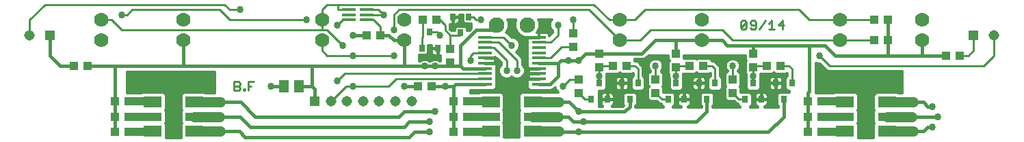
<source format=gtl>
G75*
G70*
%OFA0B0*%
%FSLAX24Y24*%
%IPPOS*%
%LPD*%
%AMOC8*
5,1,8,0,0,1.08239X$1,22.5*
%
%ADD10C,0.0700*%
%ADD11R,0.0709X0.0150*%
%ADD12R,0.0515X0.0515*%
%ADD13C,0.0515*%
%ADD14R,0.0866X0.0551*%
%ADD15R,0.0866X0.0394*%
%ADD16R,0.0433X0.0394*%
%ADD17R,0.0315X0.0354*%
%ADD18C,0.0760*%
%ADD19R,0.0669X0.0138*%
%ADD20C,0.0090*%
%ADD21R,0.0512X0.0591*%
%ADD22R,0.0394X0.0433*%
%ADD23C,0.0160*%
%ADD24C,0.0340*%
%ADD25C,0.0120*%
%ADD26C,0.0100*%
%ADD27C,0.0400*%
%ADD28C,0.0500*%
D10*
X004160Y005160D03*
X008160Y005160D03*
X008160Y006160D03*
X004160Y006160D03*
X014910Y006160D03*
X018910Y006160D03*
X018910Y005160D03*
X014910Y005160D03*
X029410Y005160D03*
X033410Y005160D03*
X033410Y006160D03*
X029410Y006160D03*
X040160Y006160D03*
X044160Y006160D03*
X044160Y005160D03*
X040160Y005160D03*
D11*
X025479Y005056D03*
X025479Y005312D03*
X022841Y005312D03*
X022841Y005056D03*
X022841Y004800D03*
X022841Y004544D03*
X022841Y004288D03*
X022841Y004032D03*
X022841Y003776D03*
X022841Y003520D03*
X022841Y003264D03*
X022841Y003008D03*
X025479Y003008D03*
X025479Y003264D03*
X025479Y003520D03*
X025479Y003776D03*
X025479Y004032D03*
X025479Y004288D03*
X025479Y004544D03*
X025479Y004800D03*
D12*
X014548Y002160D03*
X001660Y005410D03*
X046660Y005410D03*
D13*
X047660Y005410D03*
X019272Y002160D03*
X018485Y002160D03*
X017697Y002160D03*
X016910Y002160D03*
X016123Y002160D03*
X015335Y002160D03*
X000660Y005410D03*
D14*
X006636Y002119D03*
X008684Y002119D03*
X008684Y000701D03*
X006636Y000701D03*
X023136Y000701D03*
X025184Y000701D03*
X025184Y002119D03*
X023136Y002119D03*
X040386Y002119D03*
X042434Y002119D03*
X042434Y000701D03*
X040386Y000701D03*
D15*
X040386Y001410D03*
X042434Y001410D03*
X025184Y001410D03*
X023136Y001410D03*
X008684Y001410D03*
X006636Y001410D03*
D16*
X004825Y000660D03*
X005495Y000660D03*
X005495Y001410D03*
X004825Y001410D03*
X004825Y002160D03*
X005495Y002160D03*
X003495Y003910D03*
X002825Y003910D03*
X017075Y005410D03*
X017745Y005410D03*
X019825Y006160D03*
X020495Y006160D03*
X029075Y003910D03*
X029745Y003910D03*
X032825Y003910D03*
X033495Y003910D03*
X036575Y003910D03*
X037245Y003910D03*
X045325Y004410D03*
X045995Y004410D03*
X042495Y005160D03*
X041825Y005160D03*
X041825Y006160D03*
X042495Y006160D03*
X020245Y002910D03*
X019575Y002910D03*
X021325Y002160D03*
X021995Y002160D03*
X021995Y001410D03*
X021325Y001410D03*
X021325Y000660D03*
X021995Y000660D03*
X038575Y000660D03*
X039245Y000660D03*
X039245Y001410D03*
X038575Y001410D03*
X038575Y002160D03*
X039245Y002160D03*
D17*
X037410Y002266D03*
X036304Y002266D03*
X035516Y002266D03*
X033660Y002266D03*
X032554Y002266D03*
X031766Y002266D03*
X029910Y002266D03*
X028804Y002266D03*
X028016Y002266D03*
X028410Y003054D03*
X029516Y003054D03*
X030304Y003054D03*
X032160Y003054D03*
X033266Y003054D03*
X034054Y003054D03*
X035910Y003054D03*
X037016Y003054D03*
X037804Y003054D03*
X021660Y005516D03*
X020160Y005554D03*
X019766Y004766D03*
X020554Y004766D03*
X021266Y006304D03*
X022054Y006304D03*
D18*
X023410Y005910D03*
X024910Y005910D03*
D19*
X017093Y006154D03*
X016227Y006154D03*
X016227Y006410D03*
X017093Y006410D03*
X017093Y006666D03*
X016227Y006666D03*
D20*
X035305Y006047D02*
X035305Y005773D01*
X035579Y006047D01*
X035579Y005773D01*
X035510Y005705D01*
X035373Y005705D01*
X035305Y005773D01*
X035765Y005773D02*
X035834Y005705D01*
X035971Y005705D01*
X036039Y005773D01*
X036039Y006047D01*
X035971Y006115D01*
X035834Y006115D01*
X035765Y006047D01*
X035765Y005979D01*
X035834Y005910D01*
X036039Y005910D01*
X036686Y005979D02*
X036823Y006115D01*
X036823Y005705D01*
X036686Y005705D02*
X036960Y005705D01*
X037352Y005705D02*
X037352Y006115D01*
X037147Y005910D01*
X037420Y005910D01*
X036499Y006115D02*
X036226Y005705D01*
X035579Y006047D02*
X035510Y006115D01*
X035373Y006115D01*
X035305Y006047D01*
X011594Y003115D02*
X011320Y003115D01*
X011320Y002705D01*
X011158Y002705D02*
X011090Y002705D01*
X011090Y002773D01*
X011158Y002773D01*
X011158Y002705D01*
X010903Y002773D02*
X010835Y002705D01*
X010630Y002705D01*
X010630Y003115D01*
X010835Y003115D01*
X010903Y003047D01*
X010903Y002979D01*
X010835Y002910D01*
X010630Y002910D01*
X010835Y002910D02*
X010903Y002842D01*
X010903Y002773D01*
X011320Y002910D02*
X011457Y002910D01*
D21*
X013036Y002910D03*
X013784Y002910D03*
D22*
X021160Y004075D03*
X021160Y004745D03*
X027160Y004825D03*
X028410Y004495D03*
X032160Y004495D03*
X035910Y004495D03*
X035910Y003825D03*
X034910Y003245D03*
X032160Y003825D03*
X031160Y003245D03*
X028410Y003825D03*
X027410Y003245D03*
X027410Y002575D03*
X031160Y002575D03*
X034910Y002575D03*
X027160Y005495D03*
D23*
X025479Y005312D02*
X024660Y005312D01*
X024660Y005160D01*
X023410Y005910D02*
X023160Y005660D01*
X022410Y005660D01*
X021660Y004910D01*
X021660Y003910D01*
X021794Y003776D01*
X022841Y003776D01*
X022841Y004032D02*
X023282Y004032D01*
X023410Y004160D01*
X023282Y004288D01*
X022841Y004288D01*
X021160Y004075D02*
X021160Y003910D01*
X020410Y003910D01*
X018910Y003910D01*
X018910Y005160D01*
X018410Y005160D01*
X018160Y005410D01*
X017745Y005410D01*
X017075Y005410D02*
X016410Y005410D01*
X020084Y004910D02*
X020216Y004910D01*
X020216Y004766D01*
X020216Y004565D01*
X020228Y004520D01*
X020252Y004479D01*
X020286Y004445D01*
X020327Y004421D01*
X020373Y004409D01*
X020554Y004409D01*
X020554Y004766D01*
X020554Y004766D01*
X020554Y004409D01*
X020660Y004409D01*
X020660Y004160D01*
X020627Y004160D01*
X020597Y004190D01*
X020476Y004240D01*
X020344Y004240D01*
X020223Y004190D01*
X020193Y004160D01*
X020127Y004160D01*
X020097Y004190D01*
X019976Y004240D01*
X019844Y004240D01*
X019723Y004190D01*
X019693Y004160D01*
X019660Y004160D01*
X019660Y004429D01*
X019990Y004429D01*
X020084Y004523D01*
X020084Y004910D01*
X020084Y004757D02*
X020216Y004757D01*
X020216Y004766D02*
X020554Y004766D01*
X020554Y004766D01*
X020216Y004766D01*
X020554Y004757D02*
X020554Y004757D01*
X020554Y004598D02*
X020554Y004598D01*
X020216Y004598D02*
X020084Y004598D01*
X020000Y004440D02*
X020295Y004440D01*
X020554Y004440D02*
X020554Y004440D01*
X020660Y004281D02*
X019660Y004281D01*
X018910Y003910D02*
X014410Y003910D01*
X014410Y002910D01*
X013784Y002910D01*
X014410Y002910D02*
X014548Y002772D01*
X014548Y002160D01*
X011660Y001410D02*
X010951Y002119D01*
X009951Y002119D01*
X008011Y002062D02*
X007309Y002062D01*
X007309Y001904D02*
X008011Y001904D01*
X008011Y001795D02*
X008040Y001725D01*
X008011Y001655D01*
X008011Y001165D01*
X008040Y001095D01*
X008011Y001025D01*
X008011Y000410D01*
X007309Y000410D01*
X007309Y001025D01*
X007280Y001095D01*
X007309Y001165D01*
X007309Y001655D01*
X007280Y001725D01*
X007309Y001795D01*
X007309Y002442D01*
X007273Y002530D01*
X007205Y002598D01*
X007117Y002634D01*
X006156Y002634D01*
X006073Y002600D01*
X005410Y002600D01*
X005410Y003590D01*
X009660Y003590D01*
X009660Y002609D01*
X009226Y002609D01*
X009164Y002634D01*
X008203Y002634D01*
X008115Y002598D01*
X008047Y002530D01*
X008011Y002442D01*
X008011Y001795D01*
X008031Y001745D02*
X007289Y001745D01*
X007309Y001587D02*
X008011Y001587D01*
X008011Y001428D02*
X007309Y001428D01*
X007309Y001270D02*
X008011Y001270D01*
X008033Y001111D02*
X007287Y001111D01*
X007309Y000953D02*
X008011Y000953D01*
X008011Y000794D02*
X007309Y000794D01*
X007309Y000636D02*
X008011Y000636D01*
X008011Y000477D02*
X007309Y000477D01*
X009951Y000701D02*
X010869Y000701D01*
X011160Y000410D01*
X019160Y000410D01*
X019410Y000660D01*
X020160Y000660D01*
X021325Y000660D02*
X021325Y001410D01*
X021325Y002160D01*
X021325Y002910D01*
X021424Y003008D01*
X022841Y003008D01*
X021325Y002910D02*
X020910Y002910D01*
X020245Y002910D01*
X019575Y002910D02*
X018910Y002910D01*
X024910Y003264D02*
X024910Y003520D01*
X024910Y003776D01*
X025479Y003776D01*
X025479Y004032D02*
X026410Y004032D01*
X026538Y004160D01*
X026910Y004160D01*
X027410Y004160D01*
X027745Y004495D01*
X028410Y004495D01*
X030495Y004495D01*
X031160Y005160D01*
X032160Y005160D01*
X032160Y004495D01*
X032557Y004410D02*
X035513Y004410D01*
X035513Y004195D01*
X035548Y004160D01*
X035513Y004125D01*
X035513Y003526D01*
X035545Y003495D01*
X035540Y003484D01*
X035540Y003336D01*
X035553Y003306D01*
X035553Y002794D01*
X035670Y002677D01*
X036150Y002677D01*
X036267Y002794D01*
X036267Y003306D01*
X036280Y003336D01*
X036280Y003484D01*
X036275Y003495D01*
X036294Y003513D01*
X036875Y003513D01*
X036910Y003548D01*
X036945Y003513D01*
X037544Y003513D01*
X037554Y003523D01*
X037554Y003421D01*
X037446Y003314D01*
X037446Y002794D01*
X037563Y002677D01*
X037660Y002677D01*
X037660Y002634D01*
X037650Y002643D01*
X037170Y002643D01*
X037053Y002526D01*
X037053Y002006D01*
X037130Y001929D01*
X037130Y001910D01*
X036488Y001910D01*
X036531Y001921D01*
X036572Y001945D01*
X036605Y001979D01*
X036629Y002020D01*
X036641Y002065D01*
X036641Y002266D01*
X036304Y002266D01*
X036304Y002266D01*
X036641Y002266D01*
X036641Y002467D01*
X036629Y002513D01*
X036605Y002554D01*
X036572Y002588D01*
X036531Y002611D01*
X036485Y002623D01*
X036304Y002623D01*
X036304Y002266D01*
X035966Y002266D01*
X035966Y002065D01*
X035978Y002020D01*
X036002Y001979D01*
X036036Y001945D01*
X036077Y001921D01*
X036119Y001910D01*
X035777Y001910D01*
X035874Y002006D01*
X035874Y002526D01*
X035757Y002643D01*
X035307Y002643D01*
X035307Y002875D01*
X035272Y002910D01*
X035307Y002945D01*
X035307Y003544D01*
X035190Y003661D01*
X035184Y003661D01*
X035224Y003700D01*
X035280Y003836D01*
X035280Y003984D01*
X035224Y004120D01*
X035120Y004224D01*
X034984Y004280D01*
X034836Y004280D01*
X034700Y004224D01*
X034596Y004120D01*
X034540Y003984D01*
X034540Y003836D01*
X034596Y003700D01*
X034636Y003661D01*
X034630Y003661D01*
X034513Y003544D01*
X034513Y002945D01*
X034548Y002910D01*
X034513Y002875D01*
X034513Y002276D01*
X034630Y002159D01*
X034973Y002159D01*
X035077Y002054D01*
X035159Y002021D01*
X035159Y002006D01*
X035255Y001910D01*
X033940Y001910D01*
X033940Y001929D01*
X034017Y002006D01*
X034017Y002526D01*
X033900Y002643D01*
X033420Y002643D01*
X033303Y002526D01*
X033303Y002006D01*
X033380Y001929D01*
X033380Y001910D01*
X032738Y001910D01*
X032781Y001921D01*
X032822Y001945D01*
X032855Y001979D01*
X032879Y002020D01*
X032891Y002065D01*
X032891Y002266D01*
X032554Y002266D01*
X032554Y002266D01*
X032891Y002266D01*
X032891Y002467D01*
X032879Y002513D01*
X032855Y002554D01*
X032822Y002588D01*
X032781Y002611D01*
X032735Y002623D01*
X032554Y002623D01*
X032554Y002266D01*
X032216Y002266D01*
X032216Y002065D01*
X032228Y002020D01*
X032252Y001979D01*
X032286Y001945D01*
X032327Y001921D01*
X032369Y001910D01*
X032027Y001910D01*
X032124Y002006D01*
X032124Y002526D01*
X032007Y002643D01*
X031557Y002643D01*
X031557Y002875D01*
X031522Y002910D01*
X031557Y002945D01*
X031557Y003544D01*
X031440Y003661D01*
X031434Y003661D01*
X031474Y003700D01*
X031530Y003836D01*
X031530Y003984D01*
X031474Y004120D01*
X031370Y004224D01*
X031234Y004280D01*
X031086Y004280D01*
X030950Y004224D01*
X030846Y004120D01*
X030790Y003984D01*
X030790Y003836D01*
X030846Y003700D01*
X030886Y003661D01*
X030880Y003661D01*
X030763Y003544D01*
X030763Y002945D01*
X030798Y002910D01*
X030763Y002875D01*
X030763Y002276D01*
X030880Y002159D01*
X031223Y002159D01*
X031327Y002054D01*
X031409Y002021D01*
X031409Y002006D01*
X031505Y001910D01*
X030190Y001910D01*
X030190Y001929D01*
X030267Y002006D01*
X030267Y002526D01*
X030150Y002643D01*
X029670Y002643D01*
X029553Y002526D01*
X029553Y002006D01*
X029581Y001977D01*
X029544Y001940D01*
X029063Y001940D01*
X029072Y001945D01*
X029105Y001979D01*
X029129Y002020D01*
X029141Y002065D01*
X029141Y002266D01*
X028804Y002266D01*
X028804Y002266D01*
X029141Y002266D01*
X029141Y002467D01*
X029129Y002513D01*
X029105Y002554D01*
X029072Y002588D01*
X029031Y002611D01*
X028985Y002623D01*
X028804Y002623D01*
X028804Y002266D01*
X028466Y002266D01*
X028466Y002065D01*
X028478Y002020D01*
X028502Y001979D01*
X028536Y001945D01*
X028545Y001940D01*
X028410Y001940D01*
X028410Y002677D01*
X028650Y002677D01*
X028767Y002794D01*
X028767Y003306D01*
X028780Y003336D01*
X028780Y003484D01*
X028775Y003495D01*
X028794Y003513D01*
X029375Y003513D01*
X029410Y003548D01*
X029445Y003513D01*
X030044Y003513D01*
X030054Y003523D01*
X030054Y003421D01*
X029946Y003314D01*
X029946Y002794D01*
X030063Y002677D01*
X030544Y002677D01*
X030661Y002794D01*
X030661Y003314D01*
X030554Y003421D01*
X030554Y003816D01*
X030516Y003908D01*
X030302Y004122D01*
X030210Y004160D01*
X030161Y004160D01*
X030161Y004190D01*
X030136Y004215D01*
X030550Y004215D01*
X030653Y004257D01*
X030732Y004336D01*
X030806Y004410D01*
X031763Y004410D01*
X031763Y004195D01*
X031798Y004160D01*
X031763Y004125D01*
X031763Y003526D01*
X031795Y003495D01*
X031790Y003484D01*
X031790Y003336D01*
X031803Y003306D01*
X031803Y002794D01*
X031920Y002677D01*
X032400Y002677D01*
X032517Y002794D01*
X032517Y003306D01*
X032530Y003336D01*
X032530Y003484D01*
X032525Y003495D01*
X032544Y003513D01*
X033125Y003513D01*
X033160Y003548D01*
X033195Y003513D01*
X033794Y003513D01*
X033804Y003523D01*
X033804Y003421D01*
X033696Y003314D01*
X033696Y002794D01*
X033813Y002677D01*
X034294Y002677D01*
X034411Y002794D01*
X034411Y003314D01*
X034304Y003421D01*
X034304Y003816D01*
X034266Y003908D01*
X034052Y004122D01*
X033960Y004160D01*
X033911Y004160D01*
X033911Y004190D01*
X033794Y004307D01*
X033195Y004307D01*
X033160Y004272D01*
X033125Y004307D01*
X032557Y004307D01*
X032557Y004410D01*
X033151Y004281D02*
X033169Y004281D01*
X033820Y004281D02*
X035513Y004281D01*
X035513Y004123D02*
X035221Y004123D01*
X034599Y004123D02*
X034050Y004123D01*
X034210Y003964D02*
X034540Y003964D01*
X034553Y003806D02*
X034304Y003806D01*
X034304Y003647D02*
X034616Y003647D01*
X035204Y003647D02*
X035513Y003647D01*
X035513Y003806D02*
X035267Y003806D01*
X035280Y003964D02*
X035513Y003964D01*
X035542Y003489D02*
X035307Y003489D01*
X035307Y003330D02*
X035543Y003330D01*
X035553Y003172D02*
X035307Y003172D01*
X034513Y003172D02*
X034411Y003172D01*
X034395Y003330D02*
X034513Y003330D01*
X034513Y003489D02*
X034304Y003489D01*
X033804Y003489D02*
X032528Y003489D01*
X032998Y003375D02*
X033039Y003399D01*
X033085Y003411D01*
X033266Y003411D01*
X033266Y003054D01*
X033266Y003054D01*
X033266Y003054D01*
X032929Y003054D01*
X032929Y003255D01*
X032941Y003300D01*
X032965Y003341D01*
X032998Y003375D01*
X032958Y003330D02*
X032527Y003330D01*
X033266Y003330D02*
X033266Y003330D01*
X033266Y003411D02*
X033266Y003054D01*
X032929Y003054D01*
X032929Y002853D01*
X032941Y002807D01*
X032965Y002766D01*
X032998Y002732D01*
X033039Y002709D01*
X033085Y002697D01*
X033266Y002697D01*
X033266Y003054D01*
X033266Y003054D01*
X033604Y003054D01*
X033604Y003255D01*
X033592Y003300D01*
X033568Y003341D01*
X033534Y003375D01*
X033493Y003399D01*
X033447Y003411D01*
X033266Y003411D01*
X033574Y003330D02*
X033713Y003330D01*
X033696Y003172D02*
X033604Y003172D01*
X033266Y003172D02*
X033266Y003172D01*
X032929Y003172D02*
X032517Y003172D01*
X031803Y003172D02*
X031557Y003172D01*
X031557Y003330D02*
X031793Y003330D01*
X031792Y003489D02*
X031557Y003489D01*
X031454Y003647D02*
X031763Y003647D01*
X031763Y003806D02*
X031517Y003806D01*
X031530Y003964D02*
X031763Y003964D01*
X031763Y004123D02*
X031471Y004123D01*
X031763Y004281D02*
X030677Y004281D01*
X030849Y004123D02*
X030300Y004123D01*
X030460Y003964D02*
X030790Y003964D01*
X030803Y003806D02*
X030554Y003806D01*
X030554Y003647D02*
X030866Y003647D01*
X030763Y003489D02*
X030554Y003489D01*
X030054Y003489D02*
X028778Y003489D01*
X029248Y003375D02*
X029289Y003399D01*
X029335Y003411D01*
X029516Y003411D01*
X029516Y003054D01*
X029516Y003054D01*
X029516Y003054D01*
X029179Y003054D01*
X029179Y003255D01*
X029191Y003300D01*
X029215Y003341D01*
X029248Y003375D01*
X029208Y003330D02*
X028777Y003330D01*
X028767Y003172D02*
X029179Y003172D01*
X029516Y003172D02*
X029516Y003172D01*
X029854Y003172D02*
X029946Y003172D01*
X029854Y003255D02*
X029842Y003300D01*
X029818Y003341D01*
X029784Y003375D01*
X029743Y003399D01*
X029697Y003411D01*
X029516Y003411D01*
X029516Y003054D01*
X029179Y003054D01*
X029179Y002853D01*
X029191Y002807D01*
X029215Y002766D01*
X029248Y002732D01*
X029289Y002709D01*
X029335Y002697D01*
X029516Y002697D01*
X029516Y003054D01*
X029516Y003054D01*
X029854Y003054D01*
X029854Y003255D01*
X029824Y003330D02*
X029963Y003330D01*
X029516Y003330D02*
X029516Y003330D01*
X030645Y003330D02*
X030763Y003330D01*
X030763Y003172D02*
X030661Y003172D01*
X029854Y003054D02*
X029516Y003054D01*
X029516Y003054D01*
X029516Y002697D01*
X029697Y002697D01*
X029743Y002709D01*
X029784Y002732D01*
X029818Y002766D01*
X029842Y002807D01*
X029854Y002853D01*
X029854Y003054D01*
X029854Y003013D02*
X029946Y003013D01*
X029516Y003013D02*
X029516Y003013D01*
X029179Y003013D02*
X028767Y003013D01*
X028767Y002855D02*
X029179Y002855D01*
X029516Y002855D02*
X029516Y002855D01*
X029854Y002855D02*
X029946Y002855D01*
X030044Y002696D02*
X028670Y002696D01*
X028623Y002623D02*
X028577Y002611D01*
X028536Y002588D01*
X028502Y002554D01*
X028478Y002513D01*
X028466Y002467D01*
X028466Y002266D01*
X028804Y002266D01*
X028804Y002266D01*
X028804Y002266D01*
X028804Y002623D01*
X028623Y002623D01*
X028493Y002538D02*
X028410Y002538D01*
X028804Y002538D02*
X028804Y002538D01*
X029115Y002538D02*
X029564Y002538D01*
X030256Y002538D02*
X030763Y002538D01*
X030763Y002696D02*
X030563Y002696D01*
X030661Y002855D02*
X030763Y002855D01*
X030763Y003013D02*
X030661Y003013D01*
X031557Y003013D02*
X031803Y003013D01*
X031803Y002855D02*
X031557Y002855D01*
X031557Y002696D02*
X031900Y002696D01*
X032252Y002554D02*
X032286Y002588D01*
X032327Y002611D01*
X032373Y002623D01*
X032554Y002623D01*
X032554Y002266D01*
X032554Y002266D01*
X032554Y002266D01*
X032216Y002266D01*
X032216Y002467D01*
X032228Y002513D01*
X032252Y002554D01*
X032243Y002538D02*
X032113Y002538D01*
X032554Y002538D02*
X032554Y002538D01*
X032865Y002538D02*
X033314Y002538D01*
X033303Y002379D02*
X032891Y002379D01*
X032554Y002379D02*
X032554Y002379D01*
X032216Y002379D02*
X032124Y002379D01*
X032124Y002221D02*
X032216Y002221D01*
X032217Y002062D02*
X032124Y002062D01*
X032890Y002062D02*
X033303Y002062D01*
X033303Y002221D02*
X032891Y002221D01*
X033660Y002266D02*
X033660Y001660D01*
X033160Y001160D01*
X027660Y001160D01*
X027160Y001160D01*
X026910Y001410D01*
X026410Y001410D01*
X026951Y002119D02*
X027410Y001660D01*
X029660Y001660D01*
X029910Y001910D01*
X029910Y002266D01*
X030267Y002221D02*
X030819Y002221D01*
X030763Y002379D02*
X030267Y002379D01*
X029553Y002379D02*
X029141Y002379D01*
X028804Y002379D02*
X028804Y002379D01*
X028466Y002379D02*
X028410Y002379D01*
X028410Y002221D02*
X028466Y002221D01*
X028467Y002062D02*
X028410Y002062D01*
X029140Y002062D02*
X029553Y002062D01*
X030267Y002062D02*
X031320Y002062D01*
X029553Y002221D02*
X029141Y002221D01*
X026951Y002119D02*
X026451Y002119D01*
X026008Y003008D02*
X025479Y003008D01*
X026008Y003008D02*
X026410Y003410D01*
X026410Y004032D01*
X025479Y003520D02*
X024910Y003520D01*
X024910Y003264D02*
X025479Y003264D01*
X021660Y003910D02*
X021160Y003910D01*
X014410Y003910D02*
X008160Y003910D01*
X008160Y005160D01*
X002160Y003910D02*
X001660Y004410D01*
X001660Y005410D01*
X002160Y003910D02*
X002825Y003910D01*
X003495Y003910D02*
X004825Y003910D01*
X004825Y002160D01*
X004825Y001410D01*
X004825Y000660D01*
X009910Y001410D02*
X010910Y001410D01*
X011410Y000910D01*
X018910Y000910D01*
X019160Y001160D01*
X020160Y001160D01*
X018910Y001660D02*
X018660Y001410D01*
X011660Y001410D01*
X008011Y002221D02*
X007309Y002221D01*
X007309Y002379D02*
X008011Y002379D01*
X008054Y002538D02*
X007266Y002538D01*
X005410Y002696D02*
X009660Y002696D01*
X009660Y002855D02*
X005410Y002855D01*
X005410Y003013D02*
X009660Y003013D01*
X009660Y003172D02*
X005410Y003172D01*
X005410Y003330D02*
X009660Y003330D01*
X009660Y003489D02*
X005410Y003489D01*
X004825Y003910D02*
X008160Y003910D01*
X012410Y002910D02*
X013036Y002910D01*
X018910Y001660D02*
X020410Y001660D01*
X026451Y000701D02*
X026451Y000660D01*
X027410Y000660D01*
X036660Y000660D01*
X037410Y001410D01*
X037410Y002266D01*
X037053Y002221D02*
X036641Y002221D01*
X036304Y002266D02*
X036304Y002266D01*
X036304Y002266D01*
X035966Y002266D01*
X035966Y002467D01*
X035978Y002513D01*
X036002Y002554D01*
X036036Y002588D01*
X036077Y002611D01*
X036123Y002623D01*
X036304Y002623D01*
X036304Y002266D01*
X036304Y002379D02*
X036304Y002379D01*
X036641Y002379D02*
X037053Y002379D01*
X037064Y002538D02*
X036615Y002538D01*
X036304Y002538D02*
X036304Y002538D01*
X035993Y002538D02*
X035863Y002538D01*
X035874Y002379D02*
X035966Y002379D01*
X035966Y002221D02*
X035874Y002221D01*
X035874Y002062D02*
X035967Y002062D01*
X036640Y002062D02*
X037053Y002062D01*
X038575Y002160D02*
X038575Y002575D01*
X038660Y002660D01*
X038660Y004910D01*
X039410Y004910D01*
X039910Y004410D01*
X042495Y004410D01*
X042495Y005160D01*
X042495Y006160D01*
X044160Y005160D02*
X044160Y004410D01*
X045325Y004410D01*
X044160Y004410D02*
X042495Y004410D01*
X039496Y003664D02*
X039160Y004000D01*
X039078Y004000D01*
X038980Y004041D01*
X038980Y002597D01*
X038980Y002597D01*
X039150Y002597D01*
X039157Y002600D01*
X039823Y002600D01*
X039906Y002634D01*
X040867Y002634D01*
X040955Y002598D01*
X041023Y002530D01*
X041059Y002442D01*
X041059Y001795D01*
X041030Y001725D01*
X041059Y001655D01*
X041059Y001165D01*
X041030Y001095D01*
X041059Y001025D01*
X041059Y000410D01*
X041761Y000410D01*
X041761Y001025D01*
X041790Y001095D01*
X041761Y001165D01*
X041761Y001655D01*
X041790Y001725D01*
X041761Y001795D01*
X041761Y002442D01*
X041797Y002530D01*
X041865Y002598D01*
X041953Y002634D01*
X042914Y002634D01*
X042976Y002609D01*
X043160Y002609D01*
X043160Y003620D01*
X039602Y003620D01*
X039496Y003664D01*
X039537Y003647D02*
X038980Y003647D01*
X038980Y003489D02*
X043160Y003489D01*
X043160Y003330D02*
X038980Y003330D01*
X038980Y003172D02*
X043160Y003172D01*
X043160Y003013D02*
X038980Y003013D01*
X038980Y002855D02*
X043160Y002855D01*
X043160Y002696D02*
X038980Y002696D01*
X037544Y002696D02*
X036170Y002696D01*
X035650Y002696D02*
X035307Y002696D01*
X035307Y002855D02*
X035553Y002855D01*
X035553Y003013D02*
X035307Y003013D01*
X034513Y003013D02*
X034411Y003013D01*
X034411Y002855D02*
X034513Y002855D01*
X034513Y002696D02*
X034313Y002696D01*
X034513Y002538D02*
X034006Y002538D01*
X034017Y002379D02*
X034513Y002379D01*
X034569Y002221D02*
X034017Y002221D01*
X034017Y002062D02*
X035070Y002062D01*
X038575Y002160D02*
X038575Y001410D01*
X038575Y000660D01*
X041059Y000636D02*
X041761Y000636D01*
X041761Y000794D02*
X041059Y000794D01*
X041059Y000953D02*
X041761Y000953D01*
X041783Y001111D02*
X041037Y001111D01*
X041059Y001270D02*
X041761Y001270D01*
X041761Y001428D02*
X041059Y001428D01*
X041059Y001587D02*
X041761Y001587D01*
X041781Y001745D02*
X041039Y001745D01*
X041059Y001904D02*
X041761Y001904D01*
X041761Y002062D02*
X041059Y002062D01*
X041059Y002221D02*
X041761Y002221D01*
X041761Y002379D02*
X041059Y002379D01*
X041016Y002538D02*
X041804Y002538D01*
X043701Y002119D02*
X044201Y002119D01*
X044410Y001910D01*
X044660Y001910D01*
X044910Y001410D02*
X043660Y001410D01*
X044201Y000701D02*
X044410Y000910D01*
X044660Y000910D01*
X044201Y000701D02*
X043701Y000701D01*
X041761Y000477D02*
X041059Y000477D01*
X037284Y002732D02*
X037243Y002709D01*
X037197Y002697D01*
X037016Y002697D01*
X036835Y002697D01*
X036789Y002709D01*
X036748Y002732D01*
X036715Y002766D01*
X036691Y002807D01*
X036679Y002853D01*
X036679Y003054D01*
X037016Y003054D01*
X037016Y003411D01*
X036835Y003411D01*
X036789Y003399D01*
X036748Y003375D01*
X036715Y003341D01*
X036691Y003300D01*
X036679Y003255D01*
X036679Y003054D01*
X037016Y003054D01*
X037016Y003054D01*
X037016Y003054D01*
X037016Y003411D01*
X037197Y003411D01*
X037243Y003399D01*
X037284Y003375D01*
X037318Y003341D01*
X037342Y003300D01*
X037354Y003255D01*
X037354Y003054D01*
X037016Y003054D01*
X037016Y003054D01*
X037016Y002697D01*
X037016Y003054D01*
X037016Y003054D01*
X037354Y003054D01*
X037354Y002853D01*
X037342Y002807D01*
X037318Y002766D01*
X037284Y002732D01*
X037354Y002855D02*
X037446Y002855D01*
X037016Y002855D02*
X037016Y002855D01*
X036679Y002855D02*
X036267Y002855D01*
X036267Y003013D02*
X036679Y003013D01*
X037016Y003013D02*
X037016Y003013D01*
X037354Y003013D02*
X037446Y003013D01*
X037446Y003172D02*
X037354Y003172D01*
X037016Y003172D02*
X037016Y003172D01*
X036679Y003172D02*
X036267Y003172D01*
X036277Y003330D02*
X036708Y003330D01*
X037016Y003330D02*
X037016Y003330D01*
X037324Y003330D02*
X037463Y003330D01*
X037554Y003489D02*
X036278Y003489D01*
X038980Y003806D02*
X039354Y003806D01*
X039196Y003964D02*
X038980Y003964D01*
X035910Y004495D02*
X035910Y004910D01*
X038660Y004910D01*
X035910Y004910D02*
X034660Y004910D01*
X034410Y005160D01*
X033410Y005160D01*
X032160Y005160D01*
X022160Y005749D02*
X022071Y005660D01*
X021977Y005660D01*
X021977Y005760D01*
X021884Y005853D01*
X021436Y005853D01*
X021343Y005760D01*
X021343Y005660D01*
X021207Y005660D01*
X021160Y005707D01*
X021160Y005947D01*
X021266Y005947D01*
X021266Y006304D01*
X021266Y006304D01*
X021604Y006304D01*
X021604Y006410D01*
X021736Y006410D01*
X021736Y006060D01*
X021830Y005967D01*
X022160Y005967D01*
X022160Y005749D01*
X022118Y005708D02*
X021977Y005708D01*
X021343Y005708D02*
X021160Y005708D01*
X021160Y005866D02*
X022160Y005866D01*
X021534Y005982D02*
X021493Y005959D01*
X021447Y005947D01*
X021266Y005947D01*
X021266Y006304D01*
X021266Y006304D01*
X021604Y006304D01*
X021604Y006103D01*
X021592Y006057D01*
X021568Y006016D01*
X021534Y005982D01*
X021573Y006025D02*
X021772Y006025D01*
X021266Y006025D02*
X021266Y006025D01*
X021266Y006183D02*
X021266Y006183D01*
X021604Y006183D02*
X021736Y006183D01*
X021736Y006342D02*
X021604Y006342D01*
X033266Y003054D02*
X033266Y002697D01*
X033447Y002697D01*
X033493Y002709D01*
X033534Y002732D01*
X033568Y002766D01*
X033592Y002807D01*
X033604Y002853D01*
X033604Y003054D01*
X033266Y003054D01*
X033266Y003054D01*
X033266Y003013D02*
X033266Y003013D01*
X032929Y003013D02*
X032517Y003013D01*
X032517Y002855D02*
X032929Y002855D01*
X033266Y002855D02*
X033266Y002855D01*
X033604Y002855D02*
X033696Y002855D01*
X033696Y003013D02*
X033604Y003013D01*
X033794Y002696D02*
X032420Y002696D01*
D24*
X032910Y002660D03*
X032660Y003160D03*
X032160Y003410D03*
X031160Y003910D03*
X028410Y003410D03*
X028910Y003160D03*
X026660Y002910D03*
X024410Y002660D03*
X023910Y002660D03*
X023660Y002910D03*
X024160Y002910D03*
X020910Y002910D03*
X018910Y002910D03*
X016410Y002910D03*
X015660Y003160D03*
X012410Y002910D03*
X009410Y002910D03*
X008660Y002910D03*
X007910Y002910D03*
X007160Y002910D03*
X006410Y002910D03*
X005660Y002910D03*
X007660Y001910D03*
X019910Y003910D03*
X020410Y003910D03*
X022160Y004160D03*
X020160Y004410D03*
X018410Y004410D03*
X016410Y004410D03*
X015910Y004910D03*
X016410Y005410D03*
X018410Y005660D03*
X020660Y005410D03*
X021260Y005810D03*
X022660Y006160D03*
X024160Y005910D03*
X025660Y005660D03*
X026410Y005910D03*
X027160Y006160D03*
X024160Y004910D03*
X026910Y004160D03*
X027410Y004160D03*
X024410Y003660D03*
X023910Y003660D03*
X029160Y002660D03*
X029410Y002160D03*
X027410Y001660D03*
X024410Y001910D03*
X023910Y001910D03*
X024160Y002160D03*
X020410Y001660D03*
X020160Y001160D03*
X020160Y000660D03*
X027410Y000660D03*
X027660Y001160D03*
X033160Y002160D03*
X036660Y002660D03*
X036410Y003160D03*
X035910Y003410D03*
X034910Y003910D03*
X039160Y004410D03*
X039160Y002910D03*
X039910Y002910D03*
X040660Y002910D03*
X041410Y002910D03*
X042160Y002910D03*
X042910Y002910D03*
X036910Y002160D03*
X041160Y001910D03*
X044660Y001910D03*
X044910Y001410D03*
X044660Y000910D03*
X015660Y005910D03*
X014160Y006160D03*
X010910Y006660D03*
X005160Y006410D03*
X017910Y006410D03*
D25*
X023896Y005547D02*
X023919Y005570D01*
X024010Y005791D01*
X024010Y006029D01*
X023956Y006160D01*
X024364Y006160D01*
X024310Y006029D01*
X024310Y005791D01*
X024401Y005570D01*
X024570Y005401D01*
X024791Y005310D01*
X024965Y005310D01*
X024965Y005282D01*
X024905Y005222D01*
X024905Y003866D01*
X024965Y003806D01*
X024965Y003776D01*
X024965Y003680D01*
X024973Y003648D01*
X024965Y003616D01*
X024965Y003520D01*
X024965Y003424D01*
X024973Y003392D01*
X024965Y003360D01*
X024965Y003264D01*
X024965Y003234D01*
X024905Y003174D01*
X024905Y002842D01*
X025033Y002714D01*
X025407Y002714D01*
X025419Y002708D01*
X026068Y002708D01*
X026178Y002754D01*
X026270Y002846D01*
X026270Y002832D01*
X026329Y002689D01*
X026410Y002608D01*
X026410Y002589D01*
X025733Y002589D01*
X025708Y002614D01*
X024659Y002614D01*
X024531Y002485D01*
X024531Y001752D01*
X024558Y001725D01*
X024531Y001698D01*
X024531Y001122D01*
X024558Y001095D01*
X024531Y001068D01*
X024531Y000410D01*
X023789Y000410D01*
X023789Y001068D01*
X023762Y001095D01*
X023789Y001122D01*
X023789Y001698D01*
X023762Y001725D01*
X023789Y001752D01*
X023789Y002485D01*
X023661Y002614D01*
X022612Y002614D01*
X022578Y002580D01*
X022160Y002580D01*
X022160Y002708D01*
X022901Y002708D01*
X022913Y002714D01*
X023287Y002714D01*
X023415Y002842D01*
X023415Y003942D01*
X023355Y004002D01*
X023355Y004032D01*
X023325Y004032D01*
X023355Y004032D01*
X023355Y004128D01*
X023347Y004160D01*
X023355Y004192D01*
X023355Y004288D01*
X023355Y004318D01*
X023363Y004325D01*
X023640Y004048D01*
X023640Y003942D01*
X023579Y003881D01*
X023520Y003738D01*
X023520Y003582D01*
X023579Y003439D01*
X023689Y003329D01*
X023832Y003270D01*
X023988Y003270D01*
X024131Y003329D01*
X024160Y003358D01*
X024189Y003329D01*
X024332Y003270D01*
X024488Y003270D01*
X024631Y003329D01*
X024741Y003439D01*
X024800Y003582D01*
X024800Y003738D01*
X024741Y003881D01*
X024680Y003942D01*
X024680Y004214D01*
X024639Y004313D01*
X024563Y004389D01*
X024375Y004577D01*
X024381Y004579D01*
X024491Y004689D01*
X024550Y004832D01*
X024550Y004988D01*
X024491Y005131D01*
X024381Y005241D01*
X024238Y005300D01*
X024152Y005300D01*
X023911Y005540D01*
X023896Y005547D01*
X023936Y005611D02*
X024384Y005611D01*
X024335Y005730D02*
X023985Y005730D01*
X024010Y005848D02*
X024310Y005848D01*
X024310Y005967D02*
X024010Y005967D01*
X023987Y006085D02*
X024333Y006085D01*
X025456Y006160D02*
X025510Y006029D01*
X025510Y005791D01*
X025419Y005570D01*
X025395Y005546D01*
X025479Y005546D01*
X025479Y005350D01*
X025479Y005350D01*
X025479Y005546D01*
X025854Y005546D01*
X025895Y005535D01*
X025931Y005514D01*
X025961Y005485D01*
X025982Y005448D01*
X025993Y005407D01*
X025993Y005375D01*
X026140Y005522D01*
X026140Y005628D01*
X026079Y005689D01*
X026020Y005832D01*
X026020Y005988D01*
X026079Y006131D01*
X026108Y006160D01*
X025456Y006160D01*
X025487Y006085D02*
X026060Y006085D01*
X026020Y005967D02*
X025510Y005967D01*
X025510Y005848D02*
X026020Y005848D01*
X026063Y005730D02*
X025485Y005730D01*
X025436Y005611D02*
X026140Y005611D01*
X026111Y005493D02*
X025953Y005493D01*
X025479Y005493D02*
X025479Y005493D01*
X025479Y005374D02*
X025479Y005374D01*
X024938Y005256D02*
X024345Y005256D01*
X024485Y005137D02*
X024905Y005137D01*
X024905Y005019D02*
X024537Y005019D01*
X024550Y004900D02*
X024905Y004900D01*
X024905Y004782D02*
X024529Y004782D01*
X024465Y004663D02*
X024905Y004663D01*
X024905Y004545D02*
X024407Y004545D01*
X024526Y004426D02*
X024905Y004426D01*
X024905Y004308D02*
X024641Y004308D01*
X024680Y004189D02*
X024905Y004189D01*
X024905Y004071D02*
X024680Y004071D01*
X024680Y003952D02*
X024905Y003952D01*
X024937Y003834D02*
X024760Y003834D01*
X024800Y003715D02*
X024965Y003715D01*
X024965Y003776D02*
X024995Y003776D01*
X024995Y003776D01*
X024965Y003776D01*
X024965Y003597D02*
X024800Y003597D01*
X024757Y003478D02*
X024965Y003478D01*
X024965Y003520D02*
X025410Y003520D01*
X025410Y003520D01*
X024965Y003520D01*
X024965Y003360D02*
X024661Y003360D01*
X024965Y003264D02*
X024995Y003264D01*
X024995Y003264D01*
X024965Y003264D01*
X024965Y003241D02*
X023415Y003241D01*
X023415Y003123D02*
X024905Y003123D01*
X024905Y003004D02*
X023415Y003004D01*
X023415Y002886D02*
X024905Y002886D01*
X024980Y002767D02*
X023340Y002767D01*
X023745Y002530D02*
X024575Y002530D01*
X024531Y002412D02*
X023789Y002412D01*
X023789Y002293D02*
X024531Y002293D01*
X024531Y002175D02*
X023789Y002175D01*
X023789Y002056D02*
X024531Y002056D01*
X024531Y001938D02*
X023789Y001938D01*
X023789Y001819D02*
X024531Y001819D01*
X024533Y001701D02*
X023787Y001701D01*
X023789Y001582D02*
X024531Y001582D01*
X024531Y001464D02*
X023789Y001464D01*
X023789Y001345D02*
X024531Y001345D01*
X024531Y001227D02*
X023789Y001227D01*
X023775Y001108D02*
X024545Y001108D01*
X024531Y000990D02*
X023789Y000990D01*
X023789Y000871D02*
X024531Y000871D01*
X024531Y000753D02*
X023789Y000753D01*
X023789Y000634D02*
X024531Y000634D01*
X024531Y000516D02*
X023789Y000516D01*
X022160Y002649D02*
X026370Y002649D01*
X026297Y002767D02*
X026191Y002767D01*
X023659Y003360D02*
X023415Y003360D01*
X023415Y003478D02*
X023563Y003478D01*
X023520Y003597D02*
X023415Y003597D01*
X023415Y003715D02*
X023520Y003715D01*
X023560Y003834D02*
X023415Y003834D01*
X023405Y003952D02*
X023640Y003952D01*
X023618Y004071D02*
X023355Y004071D01*
X023325Y004032D02*
X023325Y004032D01*
X023355Y004189D02*
X023499Y004189D01*
X023355Y004288D02*
X023325Y004288D01*
X023325Y004288D01*
X023355Y004288D01*
X023355Y004308D02*
X023381Y004308D01*
X024078Y005374D02*
X024636Y005374D01*
X024479Y005493D02*
X023959Y005493D01*
D26*
X023758Y005312D02*
X022841Y005312D01*
X023758Y005312D02*
X024160Y004910D01*
X023514Y005056D02*
X024410Y004160D01*
X024410Y003660D01*
X023910Y003660D02*
X023910Y004160D01*
X023270Y004800D01*
X022841Y004800D01*
X022841Y004544D02*
X022294Y004544D01*
X022160Y004410D01*
X022160Y004160D01*
X021160Y004745D02*
X021160Y005410D01*
X021660Y005410D01*
X021660Y005516D01*
X021160Y005410D02*
X020910Y005660D01*
X020910Y005910D01*
X020660Y006160D01*
X020495Y006160D01*
X019825Y006160D02*
X019825Y005325D01*
X019766Y005266D01*
X019766Y004766D01*
X018410Y004410D02*
X016410Y004410D01*
X015160Y004410D01*
X014910Y004660D01*
X014910Y005160D01*
X015160Y005660D02*
X015910Y004910D01*
X017745Y005410D02*
X017745Y005825D01*
X017416Y006154D01*
X017093Y006154D01*
X016227Y006154D02*
X015904Y006154D01*
X015660Y005910D01*
X015160Y005660D02*
X014910Y005660D01*
X005160Y005660D01*
X004660Y006160D01*
X004160Y006160D01*
X005160Y006410D02*
X005410Y006410D01*
X005660Y006660D01*
X009910Y006660D01*
X010410Y006160D01*
X014160Y006160D01*
X014910Y006160D02*
X014910Y006660D01*
X015160Y006910D01*
X015660Y006910D01*
X015666Y006904D01*
X015666Y006666D01*
X016227Y006666D01*
X017093Y006666D02*
X017099Y006660D01*
X017660Y006660D01*
X017910Y006410D01*
X017093Y006410D01*
X018410Y006410D02*
X018410Y005660D01*
X020160Y005554D02*
X020516Y005554D01*
X020660Y005410D01*
X022841Y005056D02*
X023514Y005056D01*
X025479Y005056D02*
X026056Y005056D01*
X026410Y005410D01*
X026410Y005910D01*
X027160Y006160D02*
X027160Y005495D01*
X027910Y006660D02*
X029410Y005160D01*
X030410Y005160D01*
X030910Y005660D01*
X034410Y005660D01*
X034910Y005160D01*
X040160Y005160D01*
X041825Y005160D01*
X039660Y003910D02*
X039160Y004410D01*
X039660Y003910D02*
X047160Y003910D01*
X047660Y004410D01*
X047660Y005410D01*
X046660Y005410D02*
X046660Y004660D01*
X046410Y004410D01*
X045995Y004410D01*
X037804Y003766D02*
X037660Y003910D01*
X037245Y003910D01*
X037804Y003766D02*
X037804Y003054D01*
X035910Y003054D02*
X035910Y003410D01*
X035910Y003825D01*
X035910Y003910D01*
X036575Y003910D01*
X034910Y003910D02*
X034910Y003245D01*
X034054Y003054D02*
X034054Y003766D01*
X033910Y003910D01*
X033495Y003910D01*
X032825Y003910D02*
X032160Y003910D01*
X032160Y003825D01*
X032160Y003410D01*
X032160Y003054D01*
X031160Y003245D02*
X031160Y003910D01*
X030304Y003766D02*
X030160Y003910D01*
X029745Y003910D01*
X029075Y003910D02*
X028410Y003910D01*
X028410Y003825D01*
X028410Y003410D01*
X028410Y003054D01*
X027410Y003245D02*
X026995Y003245D01*
X026660Y002910D01*
X027410Y002575D02*
X027719Y002266D01*
X028016Y002266D01*
X031160Y002575D02*
X031469Y002266D01*
X031766Y002266D01*
X034910Y002575D02*
X035219Y002266D01*
X035516Y002266D01*
X030304Y003054D02*
X030304Y003766D01*
X026575Y004825D02*
X026038Y004288D01*
X025479Y004288D01*
X026575Y004825D02*
X027160Y004825D01*
X022841Y003520D02*
X016020Y003520D01*
X015660Y003160D01*
X016085Y002910D02*
X016410Y002910D01*
X018160Y002910D01*
X018514Y003264D01*
X022841Y003264D01*
X016085Y002910D02*
X015335Y002160D01*
X000660Y005410D02*
X000660Y006160D01*
X001410Y006910D01*
X010160Y006910D01*
X010410Y006660D01*
X010910Y006660D01*
X014910Y006160D02*
X014910Y005660D01*
X018410Y006410D02*
X018660Y006660D01*
X027910Y006660D01*
X028160Y006910D02*
X015660Y006910D01*
X022054Y006304D02*
X022266Y006304D01*
X022410Y006160D01*
X022660Y006160D01*
X028160Y006910D02*
X028910Y006160D01*
X029410Y006160D01*
X030160Y006160D01*
X030660Y006660D01*
X038160Y006660D01*
X038660Y006160D01*
X040160Y006160D01*
X041825Y006160D01*
D27*
X040386Y002160D02*
X039245Y002160D01*
X040386Y002160D02*
X040386Y002119D01*
X040386Y001410D02*
X039245Y001410D01*
X040386Y000701D02*
X040386Y000660D01*
X039245Y000660D01*
X023136Y000660D02*
X023136Y000701D01*
X023136Y000660D02*
X021995Y000660D01*
X021995Y001410D02*
X023136Y001410D01*
X023136Y002119D02*
X023136Y002160D01*
X021995Y002160D01*
X006636Y002160D02*
X006636Y002119D01*
X006636Y002160D02*
X005495Y002160D01*
X005495Y001410D02*
X006636Y001410D01*
X006636Y000701D02*
X006636Y000660D01*
X005495Y000660D01*
D28*
X008684Y000701D02*
X009951Y000701D01*
X009910Y001410D02*
X008684Y001410D01*
X008684Y002119D02*
X009951Y002119D01*
X025184Y002119D02*
X026451Y002119D01*
X026410Y001410D02*
X025184Y001410D01*
X025184Y000701D02*
X026451Y000701D01*
X042434Y000701D02*
X043701Y000701D01*
X043660Y001410D02*
X042434Y001410D01*
X042434Y002119D02*
X043701Y002119D01*
M02*

</source>
